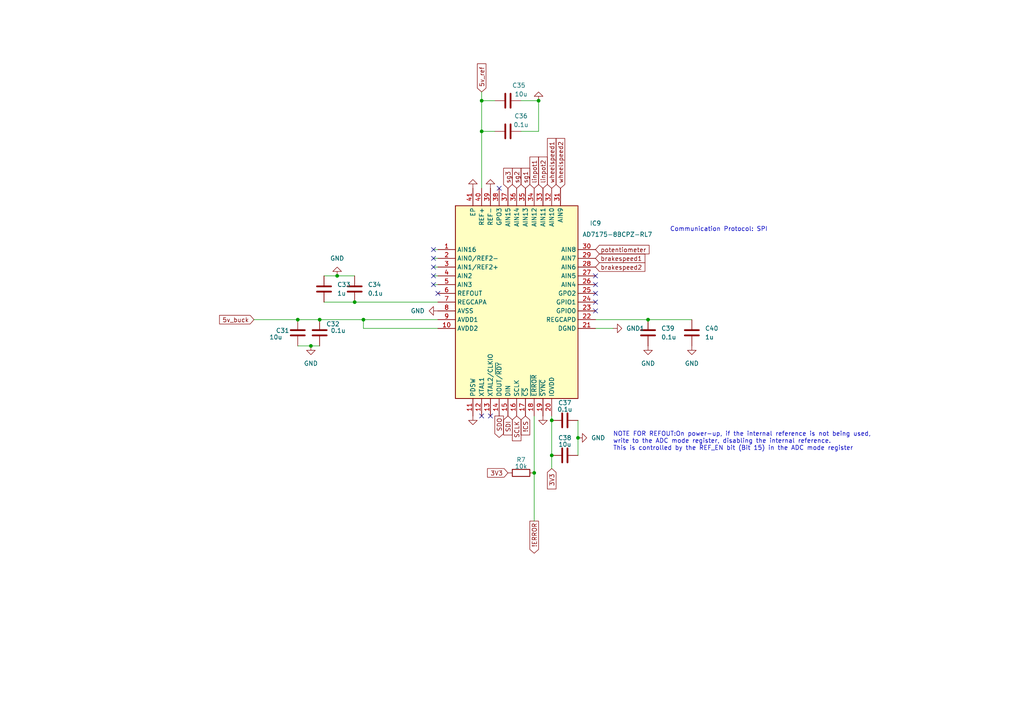
<source format=kicad_sch>
(kicad_sch (version 20230121) (generator eeschema)
  (paper "A4")
  (lib_symbols
    (symbol "21xt_symbols:AD7175-8BCPZ-RL7"
      (property "Reference" "IC" (at 41.91 17.78 0))
      (property "Value" "AD7175-8BCPZ-RL7" (at 41.91 15.24 0))
      (symbol "AD7175-8BCPZ-RL7_1_1"
        (rectangle (start 5.08 12.7) (end 40.64 -43.18) (stroke (width 0.254)) (fill (type background)))
        (pin passive line (at 0 0 0) (length 5.08) (name "AIN16") (number "1"))
        (pin passive line (at 0 -22.86 0) (length 5.08) (name "AVDD2") (number "10"))
        (pin passive line (at 10.16 -48.26 90) (length 5.08) (name "PDSW") (number "11"))
        (pin passive line (at 12.7 -48.26 90) (length 5.08) (name "XTAL1") (number "12"))
        (pin passive line (at 15.24 -48.26 90) (length 5.08) (name "XTAL2/CLKIO") (number "13"))
        (pin passive line (at 17.78 -48.26 90) (length 5.08) (name "DOUT/~{RDY}") (number "14"))
        (pin passive line (at 20.32 -48.26 90) (length 5.08) (name "DIN") (number "15"))
        (pin passive line (at 22.86 -48.26 90) (length 5.08) (name "SCLK") (number "16"))
        (pin passive line (at 25.4 -48.26 90) (length 5.08) (name "~{CS}") (number "17"))
        (pin passive line (at 27.94 -48.26 90) (length 5.08) (name "~{ERROR}") (number "18"))
        (pin passive line (at 30.48 -48.26 90) (length 5.08) (name "~{SYNC}") (number "19"))
        (pin passive line (at 0 -2.54 0) (length 5.08) (name "AIN0/REF2-") (number "2"))
        (pin passive line (at 33.02 -48.26 90) (length 5.08) (name "IOVDD") (number "20"))
        (pin passive line (at 45.72 -22.86 180) (length 5.08) (name "DGND") (number "21"))
        (pin passive line (at 45.72 -20.32 180) (length 5.08) (name "REGCAPD") (number "22"))
        (pin passive line (at 45.72 -17.78 180) (length 5.08) (name "GPIO0") (number "23"))
        (pin passive line (at 45.72 -15.24 180) (length 5.08) (name "GPIO1") (number "24"))
        (pin passive line (at 45.72 -12.7 180) (length 5.08) (name "GPO2") (number "25"))
        (pin passive line (at 45.72 -10.16 180) (length 5.08) (name "AIN4") (number "26"))
        (pin passive line (at 45.72 -7.62 180) (length 5.08) (name "AIN5") (number "27"))
        (pin passive line (at 45.72 -5.08 180) (length 5.08) (name "AIN6") (number "28"))
        (pin passive line (at 45.72 -2.54 180) (length 5.08) (name "AIN7") (number "29"))
        (pin passive line (at 0 -5.08 0) (length 5.08) (name "AIN1/REF2+") (number "3"))
        (pin passive line (at 45.72 0 180) (length 5.08) (name "AIN8") (number "30"))
        (pin passive line (at 35.56 17.78 270) (length 5.08) (name "AIN9") (number "31"))
        (pin passive line (at 33.02 17.78 270) (length 5.08) (name "AIN10") (number "32"))
        (pin passive line (at 30.48 17.78 270) (length 5.08) (name "AIN11") (number "33"))
        (pin passive line (at 27.94 17.78 270) (length 5.08) (name "AIN12") (number "34"))
        (pin passive line (at 25.4 17.78 270) (length 5.08) (name "AIN13") (number "35"))
        (pin passive line (at 22.86 17.78 270) (length 5.08) (name "AIN14") (number "36"))
        (pin passive line (at 20.32 17.78 270) (length 5.08) (name "AIN15") (number "37"))
        (pin passive line (at 17.78 17.78 270) (length 5.08) (name "GPO3") (number "38"))
        (pin passive line (at 15.24 17.78 270) (length 5.08) (name "REF-") (number "39"))
        (pin passive line (at 0 -7.62 0) (length 5.08) (name "AIN2") (number "4"))
        (pin passive line (at 12.7 17.78 270) (length 5.08) (name "REF+") (number "40"))
        (pin passive line (at 10.16 17.78 270) (length 5.08) (name "EP") (number "41"))
        (pin passive line (at 0 -10.16 0) (length 5.08) (name "AIN3") (number "5"))
        (pin passive line (at 0 -12.7 0) (length 5.08) (name "REFOUT") (number "6"))
        (pin passive line (at 0 -15.24 0) (length 5.08) (name "REGCAPA") (number "7"))
        (pin passive line (at 0 -17.78 0) (length 5.08) (name "AVSS") (number "8"))
        (pin passive line (at 0 -20.32 0) (length 5.08) (name "AVDD1") (number "9"))
      )
    )
    (symbol "Device:C" (pin_numbers hide) (pin_names (offset 0.254))
      (property "Reference" "C" (at 0.635 2.54 0))
      (property "Value" "C" (at 0.635 -2.54 0))
      (symbol "C_0_1"
        (polyline (pts (xy -2.032 -0.762) (xy 2.032 -0.762)) (stroke (width 0.508)))
        (polyline (pts (xy -2.032 0.762) (xy 2.032 0.762)) (stroke (width 0.508)))
      )
      (symbol "C_1_1"
        (pin passive line (at 0 3.81 270) (length 2.794) (name "~") (number "1"))
        (pin passive line (at 0 -3.81 90) (length 2.794) (name "~") (number "2"))
      )
    )
    (symbol "Device:R" (pin_numbers hide) (pin_names (offset 0))
      (property "Reference" "R" (at 2.032 0 90))
      (property "Value" "R" (at 0 0 90))
      (symbol "R_0_1"
        (rectangle (start -1.016 -2.54) (end 1.016 2.54) (stroke (width 0.254)))
      )
      (symbol "R_1_1"
        (pin passive line (at 0 3.81 270) (length 1.27) (name "~") (number "1"))
        (pin passive line (at 0 -3.81 90) (length 1.27) (name "~") (number "2"))
      )
    )
    (symbol "power:GND" (power) (pin_names (offset 0))
      (property "Value" "GND" (at 0 -3.81 0))
      (symbol "GND_0_1"
        (polyline (pts (xy 0 0) (xy 0 -1.27) (xy 1.27 -1.27) (xy 0 -2.54) (xy -1.27 -1.27) (xy 0 -1.27)))
      )
      (symbol "GND_1_1"
        (pin power_in line (at 0 0 270) (length 0) hide (name "GND") (number "1"))
      )
    )
    (symbol "power:GND1" (power) (pin_names (offset 0))
      (property "Value" "GND1" (at 0 -3.81 0))
      (symbol "GND1_0_1"
        (polyline (pts (xy 0 0) (xy 0 -1.27) (xy 1.27 -1.27) (xy 0 -2.54) (xy -1.27 -1.27) (xy 0 -1.27)))
      )
      (symbol "GND1_1_1"
        (pin power_in line (at 0 0 270) (length 0) hide (name "GND1") (number "1"))
      )
    )
  )
  (junction (at 156.21 29.21))
  (junction (at 160.02 121.92))
  (junction (at 92.71 92.71))
  (junction (at 105.41 92.71))
  (junction (at 97.79 80.01))
  (junction (at 139.7 29.21))
  (junction (at 154.94 137.16))
  (junction (at 139.7 38.1))
  (junction (at 86.36 92.71))
  (junction (at 90.17 100.33))
  (junction (at 160.02 132.08))
  (junction (at 187.96 92.71))
  (junction (at 102.87 87.63))
  (junction (at 167.64 127))
  (no_connect (at 172.72 80.01))
  (no_connect (at 172.72 82.55))
  (no_connect (at 142.24 120.65))
  (no_connect (at 172.72 85.09))
  (no_connect (at 125.73 82.55))
  (no_connect (at 125.73 74.93))
  (no_connect (at 125.73 77.47))
  (no_connect (at 172.72 87.63))
  (no_connect (at 144.78 54.61))
  (no_connect (at 125.73 72.39))
  (no_connect (at 125.73 80.01))
  (no_connect (at 127 85.09))
  (no_connect (at 139.7 120.65))
  (no_connect (at 172.72 90.17))
  (wire (pts (xy 125.73 80.01) (xy 127 80.01)))
  (wire (pts (xy 86.36 100.33) (xy 90.17 100.33)))
  (wire (pts (xy 86.36 92.71) (xy 92.71 92.71)))
  (wire (pts (xy 156.21 29.21) (xy 151.13 29.21)))
  (wire (pts (xy 125.73 77.47) (xy 127 77.47)))
  (wire (pts (xy 172.72 95.25) (xy 177.8 95.25)))
  (wire (pts (xy 92.71 92.71) (xy 105.41 92.71)))
  (wire (pts (xy 139.7 54.61) (xy 139.7 38.1)))
  (wire (pts (xy 90.17 100.33) (xy 92.71 100.33)))
  (wire (pts (xy 102.87 87.63) (xy 127 87.63)))
  (wire (pts (xy 139.7 29.21) (xy 139.7 26.67)))
  (wire (pts (xy 105.41 95.25) (xy 127 95.25)))
  (wire (pts (xy 187.96 92.71) (xy 200.66 92.71)))
  (wire (pts (xy 139.7 29.21) (xy 143.51 29.21)))
  (wire (pts (xy 139.7 38.1) (xy 143.51 38.1)))
  (wire (pts (xy 172.72 92.71) (xy 187.96 92.71)))
  (wire (pts (xy 73.66 92.71) (xy 86.36 92.71)))
  (wire (pts (xy 151.13 38.1) (xy 156.21 38.1)))
  (wire (pts (xy 97.79 80.01) (xy 102.87 80.01)))
  (wire (pts (xy 139.7 38.1) (xy 139.7 29.21)))
  (wire (pts (xy 160.02 121.92) (xy 160.02 132.08)))
  (wire (pts (xy 93.98 87.63) (xy 102.87 87.63)))
  (wire (pts (xy 125.73 82.55) (xy 127 82.55)))
  (wire (pts (xy 125.73 72.39) (xy 127 72.39)))
  (wire (pts (xy 154.94 137.16) (xy 154.94 151.13)))
  (wire (pts (xy 154.94 120.65) (xy 154.94 137.16)))
  (wire (pts (xy 160.02 120.65) (xy 160.02 121.92)))
  (wire (pts (xy 167.64 121.92) (xy 167.64 127)))
  (wire (pts (xy 93.98 80.01) (xy 97.79 80.01)))
  (wire (pts (xy 105.41 92.71) (xy 127 92.71)))
  (wire (pts (xy 156.21 38.1) (xy 156.21 29.21)))
  (wire (pts (xy 160.02 132.08) (xy 160.02 135.89)))
  (wire (pts (xy 125.73 74.93) (xy 127 74.93)))
  (wire (pts (xy 167.64 127) (xy 167.64 132.08)))
  (wire (pts (xy 105.41 95.25) (xy 105.41 92.71)))
  (text "NOTE FOR REFOUT:On power-up, if the internal reference is not being used, \nwrite to the ADC mode register, disabling the internal reference. \nThis is controlled by the REF_EN bit (Bit 15) in the ADC mode register" (at 177.8 130.81 0) (effects (font (size 1.27 1.27)) (justify left bottom)))
  (text "Communication Protocol: SPI" (at 194.31 67.31 0) (effects (font (size 1.27 1.27)) (justify left bottom)))
  (global_label "sg2" (shape input) (at 149.86 54.61 90) (property "Intersheetrefs" "${INTERSHEET_REFS}" (effects hide)))
  (global_label "brakespeed1" (shape input) (at 172.72 74.93 0) (property "Intersheetrefs" "${INTERSHEET_REFS}" (effects hide)))
  (global_label "3V3" (shape input) (at 160.02 135.89 270) (property "Intersheetrefs" "${INTERSHEET_REFS}" (effects hide)))
  (global_label "SDO" (shape output) (at 144.78 120.65 270) (property "Intersheetrefs" "${INTERSHEET_REFS}" (effects hide)))
  (global_label "brakespeed2" (shape input) (at 172.72 77.47 0) (property "Intersheetrefs" "${INTERSHEET_REFS}" (effects hide)))
  (global_label "linpot2" (shape input) (at 157.48 54.61 90) (property "Intersheetrefs" "${INTERSHEET_REFS}" (effects hide)))
  (global_label "SDI" (shape input) (at 147.32 120.65 270) (property "Intersheetrefs" "${INTERSHEET_REFS}" (effects hide)))
  (global_label "wheelspeed1" (shape input) (at 160.02 54.61 90) (property "Intersheetrefs" "${INTERSHEET_REFS}" (effects hide)))
  (global_label "3V3" (shape input) (at 147.32 137.16 180) (property "Intersheetrefs" "${INTERSHEET_REFS}" (effects hide)))
  (global_label "potentiometer" (shape input) (at 172.72 72.39 0) (property "Intersheetrefs" "${INTERSHEET_REFS}" (effects hide)))
  (global_label "!ERROR" (shape output) (at 154.94 151.13 270) (property "Intersheetrefs" "${INTERSHEET_REFS}" (effects hide)))
  (global_label "sg1" (shape input) (at 152.4 54.61 90) (property "Intersheetrefs" "${INTERSHEET_REFS}" (effects hide)))
  (global_label "!CS" (shape input) (at 152.4 120.65 270) (property "Intersheetrefs" "${INTERSHEET_REFS}" (effects hide)))
  (global_label "wheelspeed2" (shape input) (at 162.56 54.61 90) (property "Intersheetrefs" "${INTERSHEET_REFS}" (effects hide)))
  (global_label "5v_buck" (shape input) (at 73.66 92.71 180) (property "Intersheetrefs" "${INTERSHEET_REFS}" (effects hide)))
  (global_label "sg3" (shape input) (at 147.32 54.61 90) (property "Intersheetrefs" "${INTERSHEET_REFS}" (effects hide)))
  (global_label "5v_ref" (shape input) (at 139.7 26.67 90) (property "Intersheetrefs" "${INTERSHEET_REFS}" (effects hide)))
  (global_label "linpot1" (shape input) (at 154.94 54.61 90) (property "Intersheetrefs" "${INTERSHEET_REFS}" (effects hide)))
  (global_label "SCLK" (shape input) (at 149.86 120.65 270) (property "Intersheetrefs" "${INTERSHEET_REFS}" (effects hide)))
  (symbol (lib_id "power:GND") (at 156.21 29.21 180) (unit 1)
    (property "Reference" "#PWR034" (effects hide))
    (property "Value" "GND" (effects hide))
  )
  (symbol (lib_id "power:GND") (at 142.24 54.61 180) (unit 1)
    (property "Reference" "#PWR054" (effects hide))
    (property "Value" "GND" (effects hide))
  )
  (symbol (lib_id "power:GND") (at 187.96 100.33 0) (unit 1)
    (property "Reference" "#PWR042" (effects hide))
    (property "Value" "GND" (at 187.96 105.41 0))
  )
  (symbol (lib_id "power:GND") (at 127 90.17 270) (unit 1)
    (property "Reference" "#PWR036" (effects hide))
    (property "Value" "GND" (at 123.19 90.17 90) (effects (justify right)))
  )
  (symbol (lib_id "Device:C") (at 147.32 29.21 90) (unit 1)
    (property "Reference" "C35" (at 150.495 24.765 90))
    (property "Value" "10u" (at 151.13 27.305 90))
    (property "Footprint" "Capacitor_SMD:C_0603_1608Metric" (effects hide))
  )
  (symbol (lib_id "power:GND") (at 137.16 54.61 180) (unit 1)
    (property "Reference" "#PWR052" (effects hide))
    (property "Value" "GND" (effects hide))
  )
  (symbol (lib_id "Device:C") (at 86.36 96.52 0) (unit 1)
    (property "Reference" "C31" (at 80.01 95.885 0) (effects (justify left)))
    (property "Value" "10u" (at 78.105 97.79 0) (effects (justify left)))
    (property "Footprint" "Capacitor_SMD:C_0603_1608Metric" (effects hide))
  )
  (symbol (lib_id "power:GND") (at 90.17 100.33 0) (unit 1)
    (property "Reference" "#PWR043" (effects hide))
    (property "Value" "GND" (at 90.17 105.41 0))
  )
  (symbol (lib_id "power:GND") (at 200.66 100.33 0) (unit 1)
    (property "Reference" "#PWR057" (effects hide))
    (property "Value" "GND" (at 200.66 105.41 0))
  )
  (symbol (lib_id "Device:C") (at 92.71 96.52 0) (unit 1)
    (property "Reference" "C32" (at 94.615 93.98 0) (effects (justify left)))
    (property "Value" "0.1u" (at 95.885 95.885 0) (effects (justify left)))
    (property "Footprint" "Capacitor_SMD:C_0603_1608Metric" (effects hide))
  )
  (symbol (lib_id "Device:C") (at 147.32 38.1 90) (unit 1)
    (property "Reference" "C36" (at 151.13 33.655 90))
    (property "Value" "0.1u" (at 151.13 36.195 90))
    (property "Footprint" "Capacitor_SMD:C_0603_1608Metric" (effects hide))
  )
  (symbol (lib_id "21xt_symbols:AD7175-8BCPZ-RL7") (at 127 72.39 0) (unit 1)
    (property "Reference" "IC9" (at 172.72 64.77 0))
    (property "Value" "AD7175-8BCPZ-RL7" (at 179.07 68.0019 0))
    (property "Footprint" "21xt_footprints:QFN50P600X600X80-41N" (effects hide))
    (property "Datasheet" "https://componentsearchengine.com/Datasheets/2/AD7175-8BCPZ-RL7.pdf" (effects hide))
    (property "Height" "0.8" (effects hide))
    (property "Mouser Part Number" "584-AD7175-8BCPZ-RL7" (effects hide))
    (property "Mouser Price/Stock" "https://www.mouser.co.uk/ProductDetail/Analog-Devices/AD7175-8BCPZ-RL7?qs=JeIcUl65ClCxXjl02vXI6Q%3D%3D" (effects hide))
    (property "Manufacturer_Name" "Analog Devices" (effects hide))
    (property "Manufacturer_Part_Number" "AD7175-8BCPZ-RL7" (effects hide))
  )
  (symbol (lib_id "power:GND") (at 157.48 120.65 0) (unit 1)
    (property "Reference" "#PWR056" (effects hide))
    (property "Value" "GND" (effects hide))
  )
  (symbol (lib_id "Device:C") (at 163.83 121.92 90) (unit 1)
    (property "Reference" "C37" (at 163.83 116.84 90))
    (property "Value" "0.1u" (at 163.83 118.745 90))
    (property "Footprint" "Capacitor_SMD:C_0603_1608Metric" (effects hide))
  )
  (symbol (lib_id "power:GND1") (at 177.8 95.25 90) (unit 1)
    (property "Reference" "#PWR046" (effects hide))
    (property "Value" "GND1" (at 181.61 95.25 90) (effects (justify right)))
  )
  (symbol (lib_id "Device:C") (at 200.66 96.52 0) (unit 1)
    (property "Reference" "C40" (at 204.47 95.25 0) (effects (justify left)))
    (property "Value" "1u" (at 204.47 97.79 0) (effects (justify left)))
    (property "Footprint" "Capacitor_SMD:C_0603_1608Metric" (effects hide))
  )
  (symbol (lib_id "power:GND") (at 137.16 120.65 0) (unit 1)
    (property "Reference" "#PWR053" (effects hide))
    (property "Value" "GND" (effects hide))
  )
  (symbol (lib_id "power:GND") (at 167.64 127 90) (unit 1)
    (property "Reference" "#PWR047" (effects hide))
    (property "Value" "GND" (at 171.45 127 90) (effects (justify right)))
  )
  (symbol (lib_id "Device:C") (at 93.98 83.82 0) (unit 1)
    (property "Reference" "C33" (at 97.79 82.55 0) (effects (justify left)))
    (property "Value" "1u" (at 97.79 85.09 0) (effects (justify left)))
    (property "Footprint" "Capacitor_SMD:C_0603_1608Metric" (effects hide))
  )
  (symbol (lib_id "Device:R") (at 151.13 137.16 90) (unit 1)
    (property "Reference" "R7" (at 151.13 133.35 90))
    (property "Value" "10k" (at 151.13 135.255 90))
    (property "Footprint" "Resistor_SMD:R_0603_1608Metric" (effects hide))
  )
  (symbol (lib_id "Device:C") (at 163.83 132.08 90) (unit 1)
    (property "Reference" "C38" (at 163.83 127 90))
    (property "Value" "10u" (at 163.83 128.905 90))
    (property "Footprint" "Capacitor_SMD:C_0603_1608Metric" (effects hide))
  )
  (symbol (lib_id "Device:C") (at 102.87 83.82 0) (unit 1)
    (property "Reference" "C34" (at 106.68 82.55 0) (effects (justify left)))
    (property "Value" "0.1u" (at 106.68 85.09 0) (effects (justify left)))
    (property "Footprint" "Capacitor_SMD:C_0603_1608Metric" (effects hide))
  )
  (symbol (lib_id "power:GND") (at 97.79 80.01 180) (unit 1)
    (property "Reference" "#PWR041" (effects hide))
    (property "Value" "GND" (at 97.79 74.93 0))
  )
  (symbol (lib_id "Device:C") (at 187.96 96.52 0) (unit 1)
    (property "Reference" "C39" (at 191.77 95.25 0) (effects (justify left)))
    (property "Value" "0.1u" (at 191.77 97.79 0) (effects (justify left)))
    (property "Footprint" "Capacitor_SMD:C_0603_1608Metric" (effects hide))
  )
)
</source>
